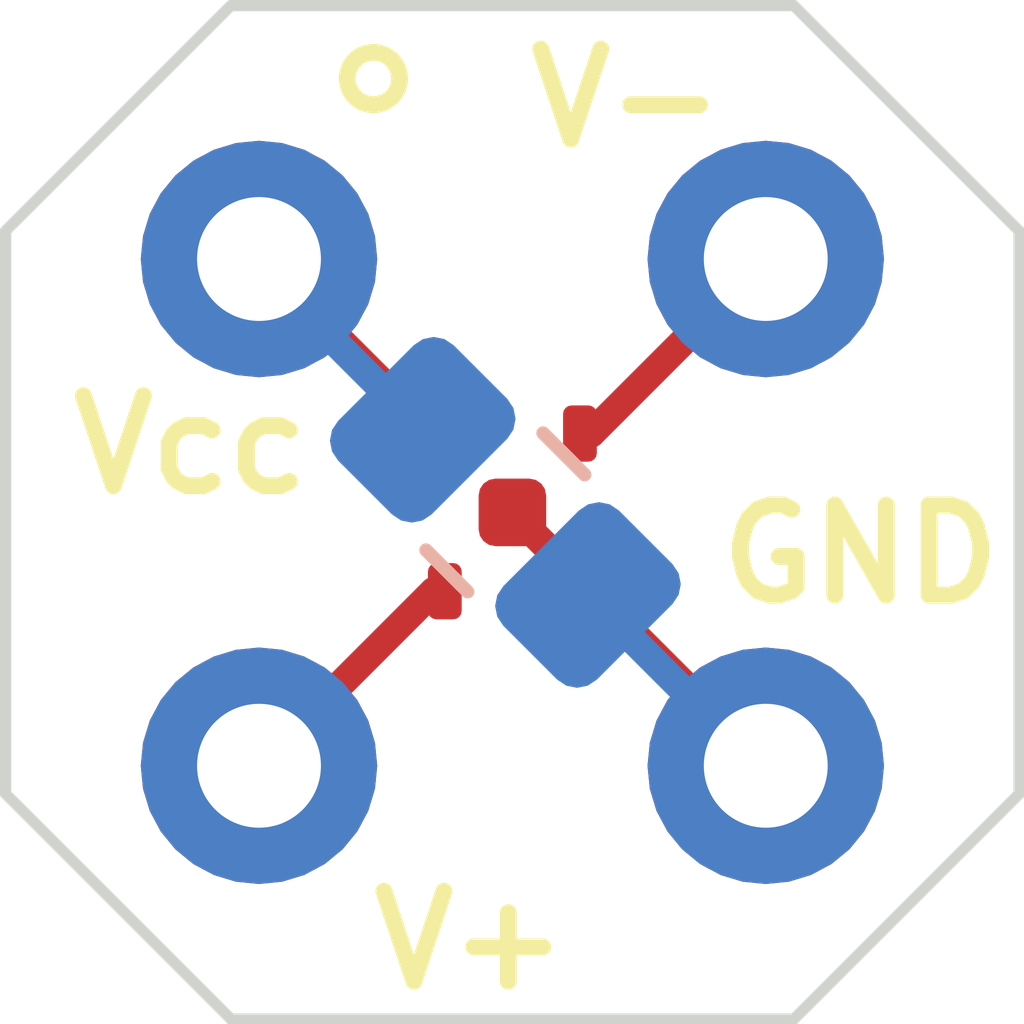
<source format=kicad_pcb>
(kicad_pcb (version 20221018) (generator pcbnew)
  (layers (0 "F.Cu" signal) (31 "B.Cu" signal) (34 "B.Paste" user) (35 "F.Paste" user) (36 "B.SilkS" user "B.Silkscreen") (37 "F.SilkS" user "F.Silkscreen") (38 "B.Mask" user) (39 "F.Mask" user) (44 "Edge.Cuts" user))
  (net 0 "")
  (net 1 "Net-(A1-3V3)")
  (net 2 "Net-(A1-AIN1)")
  (net 3 "Net-(A1-GND)")
  (net 4 "Net-(A1-AIN0)")
  (footprint "Connector_Wire:SolderWire-0.5sqmm_1x01_D0.9mm_OD2.1mm" (layer "F.Cu") (at 62.25 26.75)
    (fp_text reference "J1" hide)
    (fp_text value "Conn_01x01_Socket" hide)
    (pad "1" thru_hole roundrect (at 0 0) (size 2.1 2.1) (drill 1.1) (layers "*.Cu" "*.Mask") (roundrect_rratio 0.5) (net 4 "Net-(A1-AIN0)"))
  )
  (footprint "Footprints:Alps_HSFPAR003A" (layer "F.Cu") (at 64.5 24.5)
    (fp_text reference "U1" hide)
    (fp_text value "HSFPAR003A" hide)
    (pad "1" smd roundrect (at -0.6 -0.7) (size 0.3 0.5) (layers "F.Cu" "F.Paste" "F.Mask") (net 1 "Net-(A1-3V3)"))
    (pad "2" smd roundrect (at 0.6 -0.7) (size 0.3 0.5) (layers "F.Cu" "F.Paste" "F.Mask") (net 2 "Net-(A1-AIN1)"))
    (pad "3" smd roundrect (at 0 0) (size 0.6 0.6) (layers "F.Cu" "F.Paste" "F.Mask") (net 3 "Net-(A1-GND)"))
    (pad "3" smd roundrect (at 0.6 0.7) (size 0.3 0.5) (layers "F.Cu" "F.Paste" "F.Mask") (net 3 "Net-(A1-GND)"))
    (pad "4" smd roundrect (at -0.6 0.7) (size 0.3 0.5) (layers "F.Cu" "F.Paste" "F.Mask") (net 4 "Net-(A1-AIN0)"))
  )
  (footprint "Connector_Wire:SolderWire-0.5sqmm_1x01_D0.9mm_OD2.1mm" (layer "F.Cu") (at 66.75 22.25)
    (fp_text reference "J2" hide)
    (fp_text value "Conn_01x01_Socket" hide)
    (pad "1" thru_hole roundrect (at 0 0) (size 2.1 2.1) (drill 1.1) (layers "*.Cu" "*.Mask") (roundrect_rratio 0.5) (net 2 "Net-(A1-AIN1)"))
  )
  (footprint "Connector_Wire:SolderWire-0.5sqmm_1x01_D0.9mm_OD2.1mm" (layer "F.Cu") (at 62.25 22.25)
    (fp_text reference "J4" hide)
    (fp_text value "Conn_01x01_Socket" hide)
    (pad "1" thru_hole roundrect (at 0 0) (size 2.1 2.1) (drill 1.1) (layers "*.Cu" "*.Mask") (roundrect_rratio 0.5) (net 1 "Net-(A1-3V3)"))
  )
  (footprint "Connector_Wire:SolderWire-0.5sqmm_1x01_D0.9mm_OD2.1mm" (layer "F.Cu") (at 66.75 26.75)
    (fp_text reference "J3" hide)
    (fp_text value "Conn_01x01_Socket" hide)
    (pad "1" thru_hole roundrect (at 0 0) (size 2.1 2.1) (drill 1.1) (layers "*.Cu" "*.Mask") (roundrect_rratio 0.5) (net 3 "Net-(A1-GND)") (clearance -1))
  )
  (footprint "Capacitor_SMD:C_0805_2012Metric_Pad1.18x1.45mm_HandSolder" (layer "B.Cu") (at 64.4375 24.5 -45)
    (fp_text reference "C1" hide)
    (fp_text value "0.1u")
    (fp_line (start -0.261252 -0.735) (end 0.261252 -0.735) (stroke (width 0.12)) (layer "B.SilkS"))
    (fp_line (start -0.261252 0.735) (end 0.261252 0.735) (stroke (width 0.12)) (layer "B.SilkS"))
    (pad "1" smd roundrect (at -1.0375 0 315) (size 1.175 1.45) (layers "B.Cu" "B.Paste" "B.Mask") (roundrect_rratio 0.2127659574) (net 1 "Net-(A1-3V3)"))
    (pad "2" smd roundrect (at 1.0375 0 315) (size 1.175 1.45) (layers "B.Cu" "B.Paste" "B.Mask") (roundrect_rratio 0.2127659574) (net 3 "Net-(A1-GND)"))
  )
  (gr_circle (center 63.265917 20.647117) (end 63.498341 20.645744) (stroke (width 0.15)) (fill none) (layer "F.SilkS"))
  (gr_line (start 69 27) (end 67 29) (stroke (width 0.1)) (layer "Edge.Cuts"))
  (gr_line (start 69 22) (end 69 27) (stroke (width 0.1)) (layer "Edge.Cuts"))
  (gr_line (start 60 27) (end 60 22) (stroke (width 0.1)) (layer "Edge.Cuts"))
  (gr_line (start 62 29) (end 60 27) (stroke (width 0.1)) (layer "Edge.Cuts"))
  (gr_line (start 62 20) (end 67 20) (stroke (width 0.1)) (layer "Edge.Cuts"))
  (gr_line (start 60 22) (end 62 20) (stroke (width 0.1)) (layer "Edge.Cuts"))
  (gr_line (start 67 20) (end 69 22) (stroke (width 0.1)) (layer "Edge.Cuts"))
  (gr_line (start 67 29) (end 62 29) (stroke (width 0.1)) (layer "Edge.Cuts"))
  (gr_text "GND" (at 66.273643 25.340105) (layer "F.SilkS") (effects (font (size 0.8 0.8) (thickness 0.15) bold) (justify left bottom)))
  (gr_text "V+" (at 63.183994 28.769147) (layer "F.SilkS") (effects (font (size 0.8 0.8) (thickness 0.15) bold) (justify left bottom)))
  (gr_text "V-" (at 64.576676 21.290793) (layer "F.SilkS") (effects (font (size 0.8 0.8) (thickness 0.15) bold) (justify left bottom)))
  (gr_text "Vcc" (at 60.515661 24.368739) (layer "F.SilkS") (effects (font (size 0.8 0.8) (thickness 0.15) bold) (justify left bottom)))
  (segment (start 63.8 23.8) (end 62.25 22.25) (width 0.25) (layer "F.Cu") (net 1))
  (segment (start 63.9 23.8) (end 63.8 23.8) (width 0.25) (layer "F.Cu") (net 1))
  (segment (start 62.25 22.25) (end 62.25 22.3125) (width 0.25) (layer "B.Cu") (net 1))
  (segment (start 62.25 22.3125) (end 63.703877 23.766377) (width 0.25) (layer "B.Cu") (net 1))
  (segment (start 65.2 23.8) (end 66.75 22.25) (width 0.25) (layer "F.Cu") (net 2))
  (segment (start 65.1 23.8) (end 65.2 23.8) (width 0.25) (layer "F.Cu") (net 2))
  (segment (start 65.1 25.1) (end 64.5 24.5) (width 0.25) (layer "F.Cu") (net 3))
  (segment (start 65.1 25.2) (end 65.1 25.1) (width 0.25) (layer "F.Cu") (net 3))
  (segment (start 65.2 25.2) (end 66.75 26.75) (width 0.25) (layer "F.Cu") (net 3))
  (segment (start 65.1 25.2) (end 65.2 25.2) (width 0.25) (layer "F.Cu") (net 3))
  (segment (start 66.75 26.75) (end 66.6875 26.75) (width 0.25) (layer "B.Cu") (net 3))
  (segment (start 66.6875 26.75) (end 65.171123 25.233623) (width 0.25) (layer "B.Cu") (net 3))
  (segment (start 63.9 25.2) (end 63.8 25.2) (width 0.25) (layer "F.Cu") (net 4))
  (segment (start 63.8 25.2) (end 62.25 26.75) (width 0.25) (layer "F.Cu") (net 4))
)
</source>
